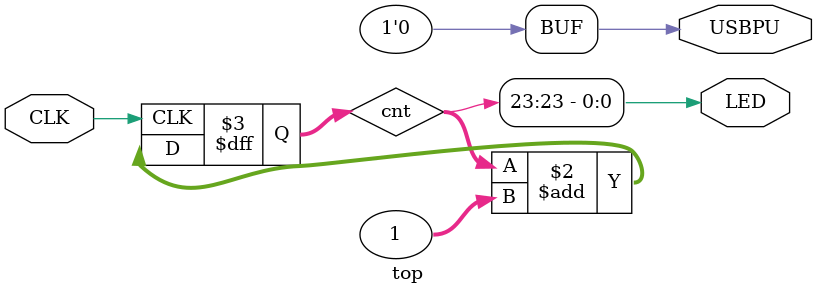
<source format=v>
module top (
    input CLK,    // 16MHz clock
    output LED,   // User/boot LED next to power LED
    output USBPU  // USB pull-up resistor
);
    // drive USB pull-up resistor to '0' to disable USB
    assign USBPU = 0;

    // create a binary counter
    reg[31:0] cnt;
    always @(posedge CLK) cnt <= cnt+1;

    // blink the LED at a few Hz (using the 23th bit of the counter, use a different bit to modify the blinking rate)
    assign LED = cnt[23];
endmodule

</source>
